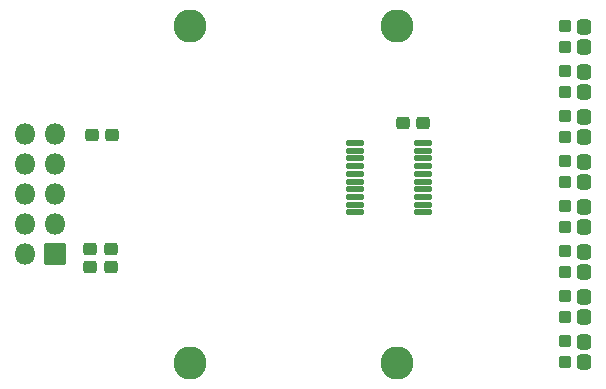
<source format=gbr>
%TF.GenerationSoftware,KiCad,Pcbnew,8.0.4*%
%TF.CreationDate,2024-07-26T08:44:17-07:00*%
%TF.ProjectId,GOLD,474f4c44-2e6b-4696-9361-645f70636258,0*%
%TF.SameCoordinates,Original*%
%TF.FileFunction,Soldermask,Top*%
%TF.FilePolarity,Negative*%
%FSLAX46Y46*%
G04 Gerber Fmt 4.6, Leading zero omitted, Abs format (unit mm)*
G04 Created by KiCad (PCBNEW 8.0.4) date 2024-07-26 08:44:17*
%MOMM*%
%LPD*%
G01*
G04 APERTURE LIST*
G04 Aperture macros list*
%AMRoundRect*
0 Rectangle with rounded corners*
0 $1 Rounding radius*
0 $2 $3 $4 $5 $6 $7 $8 $9 X,Y pos of 4 corners*
0 Add a 4 corners polygon primitive as box body*
4,1,4,$2,$3,$4,$5,$6,$7,$8,$9,$2,$3,0*
0 Add four circle primitives for the rounded corners*
1,1,$1+$1,$2,$3*
1,1,$1+$1,$4,$5*
1,1,$1+$1,$6,$7*
1,1,$1+$1,$8,$9*
0 Add four rect primitives between the rounded corners*
20,1,$1+$1,$2,$3,$4,$5,0*
20,1,$1+$1,$4,$5,$6,$7,0*
20,1,$1+$1,$6,$7,$8,$9,0*
20,1,$1+$1,$8,$9,$2,$3,0*%
G04 Aperture macros list end*
%ADD10C,2.802000*%
%ADD11RoundRect,0.263000X-0.263000X0.275500X-0.263000X-0.275500X0.263000X-0.275500X0.263000X0.275500X0*%
%ADD12RoundRect,0.263000X-0.325500X-0.263000X0.325500X-0.263000X0.325500X0.263000X-0.325500X0.263000X0*%
%ADD13RoundRect,0.263000X0.325500X0.263000X-0.325500X0.263000X-0.325500X-0.263000X0.325500X-0.263000X0*%
%ADD14RoundRect,0.301000X-0.301000X0.351000X-0.301000X-0.351000X0.301000X-0.351000X0.301000X0.351000X0*%
%ADD15RoundRect,0.125500X-0.663000X-0.125500X0.663000X-0.125500X0.663000X0.125500X-0.663000X0.125500X0*%
%ADD16RoundRect,0.051000X-0.850000X-0.850000X0.850000X-0.850000X0.850000X0.850000X-0.850000X0.850000X0*%
%ADD17O,1.802000X1.802000*%
G04 APERTURE END LIST*
D10*
%TO.C,H1*%
X17533519Y28575000D03*
%TD*%
%TO.C,H2*%
X17533519Y51641D03*
%TD*%
%TO.C,H3*%
X7519Y0D03*
%TD*%
D11*
%TO.C,R4*%
X31757519Y13320820D03*
X31757519Y11495820D03*
%TD*%
D12*
%TO.C,C1*%
X-8424181Y8128000D03*
X-6699181Y8128000D03*
%TD*%
D13*
%TO.C,C4*%
X19799169Y20320000D03*
X18074169Y20320000D03*
%TD*%
D14*
%TO.C,D1*%
X33428839Y1815620D03*
X33428839Y115620D03*
%TD*%
%TO.C,D3*%
X33428839Y9435620D03*
X33428839Y7735620D03*
%TD*%
D11*
%TO.C,R1*%
X31757519Y1890820D03*
X31757519Y65820D03*
%TD*%
D12*
%TO.C,C2*%
X-8424181Y9652000D03*
X-6699181Y9652000D03*
%TD*%
%TO.C,C3*%
X-8297181Y19341679D03*
X-6572181Y19341679D03*
%TD*%
D15*
%TO.C,U1*%
X14017169Y18632000D03*
X14017169Y17982000D03*
X14017169Y17332000D03*
X14017169Y16682000D03*
X14017169Y16032000D03*
X14017169Y15382000D03*
X14017169Y14732000D03*
X14017169Y14082000D03*
X14017169Y13432000D03*
X14017169Y12782000D03*
X19742169Y12782000D03*
X19742169Y13432000D03*
X19742169Y14082000D03*
X19742169Y14732000D03*
X19742169Y15382000D03*
X19742169Y16032000D03*
X19742169Y16682000D03*
X19742169Y17332000D03*
X19742169Y17982000D03*
X19742169Y18632000D03*
%TD*%
D11*
%TO.C,R5*%
X31757519Y17130820D03*
X31757519Y15305820D03*
%TD*%
D14*
%TO.C,D7*%
X33428839Y24675620D03*
X33428839Y22975620D03*
%TD*%
D11*
%TO.C,R3*%
X31757519Y9510820D03*
X31757519Y7685820D03*
%TD*%
%TO.C,R8*%
X31757519Y28560820D03*
X31757519Y26735820D03*
%TD*%
D10*
%TO.C,H4*%
X7519Y28523359D03*
%TD*%
D14*
%TO.C,D5*%
X33428839Y17055620D03*
X33428839Y15355620D03*
%TD*%
%TO.C,D2*%
X33428839Y5625620D03*
X33428839Y3925620D03*
%TD*%
D11*
%TO.C,R6*%
X31757519Y20940820D03*
X31757519Y19115820D03*
%TD*%
D14*
%TO.C,D8*%
X33428839Y28485620D03*
X33428839Y26785620D03*
%TD*%
%TO.C,D4*%
X33428839Y13245620D03*
X33428839Y11545620D03*
%TD*%
D11*
%TO.C,R7*%
X31757519Y24750820D03*
X31757519Y22925820D03*
%TD*%
D14*
%TO.C,D6*%
X33428839Y20865620D03*
X33428839Y19165620D03*
%TD*%
D11*
%TO.C,R2*%
X31757519Y5700820D03*
X31757519Y3875820D03*
%TD*%
D16*
%TO.C,J1*%
X-11391681Y9211679D03*
D17*
X-13931681Y9211679D03*
X-11391681Y11751679D03*
X-13931681Y11751679D03*
X-11391681Y14291679D03*
X-13931681Y14291679D03*
X-11391681Y16831679D03*
X-13931681Y16831679D03*
X-11391681Y19371679D03*
X-13931681Y19371679D03*
%TD*%
M02*

</source>
